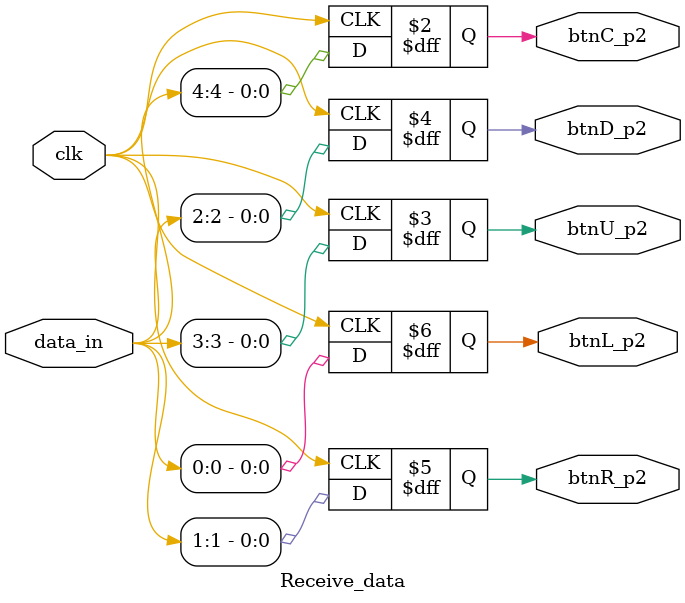
<source format=v>
`timescale 1ns / 1ps


module Receive_data(input clk, input [4:0] data_in, output reg btnC_p2, btnU_p2, btnD_p2, btnR_p2, btnL_p2);
    
    
    always @ (posedge clk) begin
         
         btnC_p2 <= data_in[4];
         btnU_p2 <= data_in[3];
         btnD_p2 <= data_in[2];
         btnR_p2 <= data_in[1]; 
         btnL_p2 <= data_in[0];
        
    end
    
endmodule


</source>
